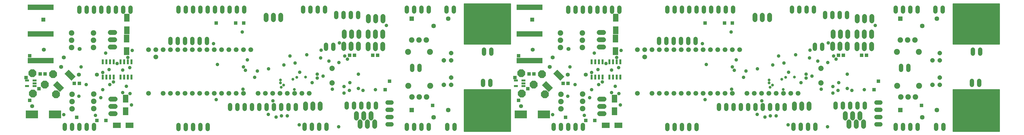
<source format=gbs>
G75*
%MOIN*%
%OFA0B0*%
%FSLAX25Y25*%
%IPPOS*%
%LPD*%
%AMOC8*
5,1,8,0,0,1.08239X$1,22.5*
%
%ADD10C,0.01600*%
%ADD11R,0.07800X0.10700*%
%ADD12R,0.10700X0.07800*%
%ADD13C,0.06800*%
%ADD14OC8,0.10800*%
%ADD15C,0.06600*%
%ADD16C,0.07550*%
%ADD17R,0.02900X0.07100*%
%ADD18C,0.07300*%
%ADD19C,0.06000*%
%ADD20R,0.16548X0.10643*%
%ADD21R,0.35800X0.07800*%
%ADD22R,0.06343X0.06343*%
%ADD23C,0.06343*%
%ADD24OC8,0.06000*%
%ADD25C,0.08200*%
%ADD26R,0.04737X0.05131*%
%ADD27R,0.07887X0.13398*%
%ADD28R,0.05524X0.03162*%
%ADD29C,0.04762*%
%ADD30R,0.04762X0.04762*%
%ADD31C,0.03900*%
%ADD32C,0.05550*%
%ADD33R,0.05550X0.05550*%
%ADD34R,0.03900X0.03900*%
D10*
X0719526Y0125902D02*
X0719526Y0182988D01*
X0782518Y0182988D01*
X0782518Y0125902D01*
X0719526Y0125902D01*
X0719526Y0127130D02*
X0782518Y0127130D01*
X0782518Y0128729D02*
X0719526Y0128729D01*
X0719526Y0130327D02*
X0782518Y0130327D01*
X0782518Y0131926D02*
X0719526Y0131926D01*
X0719526Y0133524D02*
X0782518Y0133524D01*
X0782518Y0135123D02*
X0719526Y0135123D01*
X0719526Y0136721D02*
X0782518Y0136721D01*
X0782518Y0138320D02*
X0719526Y0138320D01*
X0719526Y0139918D02*
X0782518Y0139918D01*
X0782518Y0141517D02*
X0719526Y0141517D01*
X0719526Y0143115D02*
X0782518Y0143115D01*
X0782518Y0144714D02*
X0719526Y0144714D01*
X0719526Y0146312D02*
X0782518Y0146312D01*
X0782518Y0147911D02*
X0719526Y0147911D01*
X0719526Y0149509D02*
X0782518Y0149509D01*
X0782518Y0151108D02*
X0719526Y0151108D01*
X0719526Y0152706D02*
X0782518Y0152706D01*
X0782518Y0154305D02*
X0719526Y0154305D01*
X0719526Y0155903D02*
X0782518Y0155903D01*
X0782518Y0157502D02*
X0719526Y0157502D01*
X0719526Y0159100D02*
X0782518Y0159100D01*
X0782518Y0160699D02*
X0719526Y0160699D01*
X0719526Y0162297D02*
X0782518Y0162297D01*
X0782518Y0163896D02*
X0719526Y0163896D01*
X0719526Y0165494D02*
X0782518Y0165494D01*
X0782518Y0167093D02*
X0719526Y0167093D01*
X0719526Y0168691D02*
X0782518Y0168691D01*
X0782518Y0170290D02*
X0719526Y0170290D01*
X0719526Y0171888D02*
X0782518Y0171888D01*
X0782518Y0173487D02*
X0719526Y0173487D01*
X0719526Y0175085D02*
X0782518Y0175085D01*
X0782518Y0176684D02*
X0719526Y0176684D01*
X0719526Y0178282D02*
X0782518Y0178282D01*
X0782518Y0179881D02*
X0719526Y0179881D01*
X0719526Y0181479D02*
X0782518Y0181479D01*
X0782518Y0245980D02*
X0719526Y0245980D01*
X0719526Y0301098D01*
X0782518Y0301098D01*
X0782518Y0245980D01*
X0782518Y0247018D02*
X0719526Y0247018D01*
X0719526Y0248617D02*
X0782518Y0248617D01*
X0782518Y0250215D02*
X0719526Y0250215D01*
X0719526Y0251814D02*
X0782518Y0251814D01*
X0782518Y0253412D02*
X0719526Y0253412D01*
X0719526Y0255011D02*
X0782518Y0255011D01*
X0782518Y0256610D02*
X0719526Y0256610D01*
X0719526Y0258208D02*
X0782518Y0258208D01*
X0782518Y0259807D02*
X0719526Y0259807D01*
X0719526Y0261405D02*
X0782518Y0261405D01*
X0782518Y0263004D02*
X0719526Y0263004D01*
X0719526Y0264602D02*
X0782518Y0264602D01*
X0782518Y0266201D02*
X0719526Y0266201D01*
X0719526Y0267799D02*
X0782518Y0267799D01*
X0782518Y0269398D02*
X0719526Y0269398D01*
X0719526Y0270996D02*
X0782518Y0270996D01*
X0782518Y0272595D02*
X0719526Y0272595D01*
X0719526Y0274193D02*
X0782518Y0274193D01*
X0782518Y0275792D02*
X0719526Y0275792D01*
X0719526Y0277390D02*
X0782518Y0277390D01*
X0782518Y0278989D02*
X0719526Y0278989D01*
X0719526Y0280587D02*
X0782518Y0280587D01*
X0782518Y0282186D02*
X0719526Y0282186D01*
X0719526Y0283784D02*
X0782518Y0283784D01*
X0782518Y0285383D02*
X0719526Y0285383D01*
X0719526Y0286981D02*
X0782518Y0286981D01*
X0782518Y0288580D02*
X0719526Y0288580D01*
X0719526Y0290178D02*
X0782518Y0290178D01*
X0782518Y0291777D02*
X0719526Y0291777D01*
X0719526Y0293375D02*
X0782518Y0293375D01*
X0782518Y0294974D02*
X0719526Y0294974D01*
X0719526Y0296572D02*
X0782518Y0296572D01*
X0782518Y0298171D02*
X0719526Y0298171D01*
X0719526Y0299769D02*
X0782518Y0299769D01*
X1388817Y0299769D02*
X1451809Y0299769D01*
X1451809Y0301098D02*
X1388817Y0301098D01*
X1388817Y0245980D01*
X1451809Y0245980D01*
X1451809Y0301098D01*
X1451809Y0298171D02*
X1388817Y0298171D01*
X1388817Y0296572D02*
X1451809Y0296572D01*
X1451809Y0294974D02*
X1388817Y0294974D01*
X1388817Y0293375D02*
X1451809Y0293375D01*
X1451809Y0291777D02*
X1388817Y0291777D01*
X1388817Y0290178D02*
X1451809Y0290178D01*
X1451809Y0288580D02*
X1388817Y0288580D01*
X1388817Y0286981D02*
X1451809Y0286981D01*
X1451809Y0285383D02*
X1388817Y0285383D01*
X1388817Y0283784D02*
X1451809Y0283784D01*
X1451809Y0282186D02*
X1388817Y0282186D01*
X1388817Y0280587D02*
X1451809Y0280587D01*
X1451809Y0278989D02*
X1388817Y0278989D01*
X1388817Y0277390D02*
X1451809Y0277390D01*
X1451809Y0275792D02*
X1388817Y0275792D01*
X1388817Y0274193D02*
X1451809Y0274193D01*
X1451809Y0272595D02*
X1388817Y0272595D01*
X1388817Y0270996D02*
X1451809Y0270996D01*
X1451809Y0269398D02*
X1388817Y0269398D01*
X1388817Y0267799D02*
X1451809Y0267799D01*
X1451809Y0266201D02*
X1388817Y0266201D01*
X1388817Y0264602D02*
X1451809Y0264602D01*
X1451809Y0263004D02*
X1388817Y0263004D01*
X1388817Y0261405D02*
X1451809Y0261405D01*
X1451809Y0259807D02*
X1388817Y0259807D01*
X1388817Y0258208D02*
X1451809Y0258208D01*
X1451809Y0256610D02*
X1388817Y0256610D01*
X1388817Y0255011D02*
X1451809Y0255011D01*
X1451809Y0253412D02*
X1388817Y0253412D01*
X1388817Y0251814D02*
X1451809Y0251814D01*
X1451809Y0250215D02*
X1388817Y0250215D01*
X1388817Y0248617D02*
X1451809Y0248617D01*
X1451809Y0247018D02*
X1388817Y0247018D01*
X1388817Y0182988D02*
X1388817Y0125902D01*
X1451809Y0125902D01*
X1451809Y0182988D01*
X1388817Y0182988D01*
X1388817Y0181479D02*
X1451809Y0181479D01*
X1451809Y0179881D02*
X1388817Y0179881D01*
X1388817Y0178282D02*
X1451809Y0178282D01*
X1451809Y0176684D02*
X1388817Y0176684D01*
X1388817Y0175085D02*
X1451809Y0175085D01*
X1451809Y0173487D02*
X1388817Y0173487D01*
X1388817Y0171888D02*
X1451809Y0171888D01*
X1451809Y0170290D02*
X1388817Y0170290D01*
X1388817Y0168691D02*
X1451809Y0168691D01*
X1451809Y0167093D02*
X1388817Y0167093D01*
X1388817Y0165494D02*
X1451809Y0165494D01*
X1451809Y0163896D02*
X1388817Y0163896D01*
X1388817Y0162297D02*
X1451809Y0162297D01*
X1451809Y0160699D02*
X1388817Y0160699D01*
X1388817Y0159100D02*
X1451809Y0159100D01*
X1451809Y0157502D02*
X1388817Y0157502D01*
X1388817Y0155903D02*
X1451809Y0155903D01*
X1451809Y0154305D02*
X1388817Y0154305D01*
X1388817Y0152706D02*
X1451809Y0152706D01*
X1451809Y0151108D02*
X1388817Y0151108D01*
X1388817Y0149509D02*
X1451809Y0149509D01*
X1451809Y0147911D02*
X1388817Y0147911D01*
X1388817Y0146312D02*
X1451809Y0146312D01*
X1451809Y0144714D02*
X1388817Y0144714D01*
X1388817Y0143115D02*
X1451809Y0143115D01*
X1451809Y0141517D02*
X1388817Y0141517D01*
X1388817Y0139918D02*
X1451809Y0139918D01*
X1451809Y0138320D02*
X1388817Y0138320D01*
X1388817Y0136721D02*
X1451809Y0136721D01*
X1451809Y0135123D02*
X1388817Y0135123D01*
X1388817Y0133524D02*
X1451809Y0133524D01*
X1451809Y0131926D02*
X1388817Y0131926D01*
X1388817Y0130327D02*
X1451809Y0130327D01*
X1451809Y0128729D02*
X1388817Y0128729D01*
X1388817Y0127130D02*
X1451809Y0127130D01*
D11*
X0925058Y0153320D03*
X0925058Y0170720D03*
X0926415Y0235910D03*
X0926415Y0253310D03*
X0926691Y0264613D03*
X0926691Y0282013D03*
X0257400Y0282013D03*
X0257400Y0264613D03*
X0257124Y0253310D03*
X0257124Y0235910D03*
X0255767Y0170720D03*
X0255767Y0153320D03*
D12*
X0261243Y0133961D03*
X0243843Y0133961D03*
X0913134Y0133961D03*
X0930534Y0133961D03*
D13*
X0910872Y0149988D02*
X0904872Y0149988D01*
X0904872Y0159988D02*
X0910872Y0159988D01*
X0910872Y0169988D02*
X0904872Y0169988D01*
X1171363Y0163490D02*
X1171363Y0157490D01*
X1181363Y0157490D02*
X1181363Y0163490D01*
X1191363Y0163490D02*
X1191363Y0157490D01*
X1241285Y0149955D02*
X1241285Y0143955D01*
X1246085Y0138744D02*
X1246085Y0132744D01*
X1256085Y0132744D02*
X1256085Y0138744D01*
X1251285Y0143955D02*
X1251285Y0149955D01*
X1261285Y0149955D02*
X1261285Y0143955D01*
X1266085Y0138744D02*
X1266085Y0132744D01*
X1267266Y0239366D02*
X1267266Y0245366D01*
X1277266Y0245366D02*
X1277266Y0239366D01*
X1257266Y0239366D02*
X1257266Y0245366D01*
X1243801Y0245681D02*
X1243801Y0239681D01*
X1233801Y0239681D02*
X1233801Y0245681D01*
X1223801Y0245681D02*
X1223801Y0239681D01*
X1224589Y0256374D02*
X1224589Y0262374D01*
X1234589Y0262374D02*
X1234589Y0256374D01*
X1244589Y0256374D02*
X1244589Y0262374D01*
X1257266Y0262453D02*
X1257266Y0256453D01*
X1267266Y0256453D02*
X1267266Y0262453D01*
X1277266Y0262453D02*
X1277266Y0256453D01*
X1277392Y0277835D02*
X1277392Y0283835D01*
X1267392Y0283835D02*
X1267392Y0277835D01*
X1257392Y0277835D02*
X1257392Y0283835D01*
X1137404Y0285382D02*
X1137404Y0279382D01*
X1127404Y0279382D02*
X1127404Y0285382D01*
X1117404Y0285382D02*
X1117404Y0279382D01*
X0910085Y0261650D02*
X0904085Y0261650D01*
X0904085Y0251650D02*
X0910085Y0251650D01*
X0910085Y0241650D02*
X0904085Y0241650D01*
X0607974Y0239366D02*
X0607974Y0245366D01*
X0597974Y0245366D02*
X0597974Y0239366D01*
X0587974Y0239366D02*
X0587974Y0245366D01*
X0574510Y0245681D02*
X0574510Y0239681D01*
X0564510Y0239681D02*
X0564510Y0245681D01*
X0554510Y0245681D02*
X0554510Y0239681D01*
X0555297Y0256374D02*
X0555297Y0262374D01*
X0565297Y0262374D02*
X0565297Y0256374D01*
X0575297Y0256374D02*
X0575297Y0262374D01*
X0587974Y0262453D02*
X0587974Y0256453D01*
X0597974Y0256453D02*
X0597974Y0262453D01*
X0607974Y0262453D02*
X0607974Y0256453D01*
X0608100Y0277835D02*
X0608100Y0283835D01*
X0598100Y0283835D02*
X0598100Y0277835D01*
X0588100Y0277835D02*
X0588100Y0283835D01*
X0468112Y0285382D02*
X0468112Y0279382D01*
X0458112Y0279382D02*
X0458112Y0285382D01*
X0448112Y0285382D02*
X0448112Y0279382D01*
X0240793Y0261650D02*
X0234793Y0261650D01*
X0234793Y0251650D02*
X0240793Y0251650D01*
X0240793Y0241650D02*
X0234793Y0241650D01*
X0235581Y0169988D02*
X0241581Y0169988D01*
X0241581Y0159988D02*
X0235581Y0159988D01*
X0235581Y0149988D02*
X0241581Y0149988D01*
X0502072Y0157490D02*
X0502072Y0163490D01*
X0512072Y0163490D02*
X0512072Y0157490D01*
X0522072Y0157490D02*
X0522072Y0163490D01*
X0571993Y0149955D02*
X0571993Y0143955D01*
X0576793Y0138744D02*
X0576793Y0132744D01*
X0586793Y0132744D02*
X0586793Y0138744D01*
X0581993Y0143955D02*
X0581993Y0149955D01*
X0591993Y0149955D02*
X0591993Y0143955D01*
X0596793Y0138744D02*
X0596793Y0132744D01*
D14*
X0798305Y0177516D03*
X0814407Y0189878D03*
X0829801Y0176807D03*
X0825707Y0204484D03*
X0797360Y0205665D03*
X0160510Y0176807D03*
X0145116Y0189878D03*
X0129014Y0177516D03*
X0128069Y0205665D03*
X0156415Y0204484D03*
D15*
X0287100Y0177862D03*
X0307100Y0177862D03*
X0317100Y0177862D03*
X0327100Y0177862D03*
X0337100Y0177862D03*
X0347100Y0177862D03*
X0357100Y0177862D03*
X0367100Y0177862D03*
X0377100Y0177862D03*
X0387100Y0177862D03*
X0397100Y0177862D03*
X0407100Y0177862D03*
X0417100Y0177862D03*
X0437100Y0177862D03*
X0447100Y0177862D03*
X0457100Y0177862D03*
X0467100Y0177862D03*
X0477100Y0177862D03*
X0487100Y0177862D03*
X0497100Y0177862D03*
X0507100Y0177862D03*
X0297100Y0227862D03*
X0297100Y0237862D03*
X0287100Y0237862D03*
X0307100Y0237862D03*
X0317100Y0237862D03*
X0327100Y0237862D03*
X0337100Y0237862D03*
X0347100Y0237862D03*
X0357100Y0237862D03*
X0367100Y0237862D03*
X0377100Y0237862D03*
X0387100Y0237862D03*
X0397100Y0237862D03*
X0407100Y0237862D03*
X0417100Y0237862D03*
X0427100Y0237862D03*
X0956392Y0237862D03*
X0966392Y0237862D03*
X0976392Y0237862D03*
X0986392Y0237862D03*
X0996392Y0237862D03*
X1006392Y0237862D03*
X1016392Y0237862D03*
X1026392Y0237862D03*
X1036392Y0237862D03*
X1046392Y0237862D03*
X1056392Y0237862D03*
X1066392Y0237862D03*
X1076392Y0237862D03*
X1086392Y0237862D03*
X1096392Y0237862D03*
X0966392Y0227862D03*
X0976392Y0177862D03*
X0986392Y0177862D03*
X0996392Y0177862D03*
X1006392Y0177862D03*
X1016392Y0177862D03*
X1026392Y0177862D03*
X1036392Y0177862D03*
X1046392Y0177862D03*
X1056392Y0177862D03*
X1066392Y0177862D03*
X1076392Y0177862D03*
X1086392Y0177862D03*
X1106392Y0177862D03*
X1116392Y0177862D03*
X1126392Y0177862D03*
X1136392Y0177862D03*
X1146392Y0177862D03*
X1156392Y0177862D03*
X1166392Y0177862D03*
X1176392Y0177862D03*
X0956392Y0177862D03*
D16*
X0881376Y0177043D03*
X0851967Y0176650D03*
X0851967Y0166650D03*
X0881376Y0167043D03*
X0881376Y0157043D03*
X0851967Y0156650D03*
X0667852Y0173146D03*
X0657852Y0173146D03*
X0647852Y0173146D03*
X0851289Y0240862D03*
X0881085Y0240941D03*
X0881085Y0250941D03*
X0851289Y0250862D03*
X0851289Y0260862D03*
X0881085Y0260941D03*
X0667360Y0251394D03*
X0657360Y0251394D03*
X0647360Y0251394D03*
X0211793Y0250941D03*
X0181998Y0250862D03*
X0181998Y0240862D03*
X0211793Y0240941D03*
X0211793Y0260941D03*
X0181998Y0260862D03*
X0182675Y0176650D03*
X0212085Y0177043D03*
X0212085Y0167043D03*
X0182675Y0166650D03*
X0182675Y0156650D03*
X0212085Y0157043D03*
X1317144Y0173146D03*
X1327144Y0173146D03*
X1337144Y0173146D03*
X1336652Y0251394D03*
X1326652Y0251394D03*
X1316652Y0251394D03*
D17*
X0933246Y0221312D03*
X0928246Y0221312D03*
X0923246Y0221312D03*
X0918246Y0221312D03*
X0908837Y0221312D03*
X0903837Y0221312D03*
X0898837Y0221312D03*
X0893837Y0221312D03*
X0893837Y0200412D03*
X0898837Y0200412D03*
X0903837Y0200412D03*
X0908837Y0200412D03*
X0918246Y0200412D03*
X0923246Y0200412D03*
X0928246Y0200412D03*
X0933246Y0200412D03*
X0263955Y0200412D03*
X0258955Y0200412D03*
X0253955Y0200412D03*
X0248955Y0200412D03*
X0239545Y0200412D03*
X0234545Y0200412D03*
X0229545Y0200412D03*
X0224545Y0200412D03*
X0224545Y0221312D03*
X0229545Y0221312D03*
X0234545Y0221312D03*
X0239545Y0221312D03*
X0248955Y0221312D03*
X0253955Y0221312D03*
X0258955Y0221312D03*
X0263955Y0221312D03*
D18*
X0538435Y0212185D03*
X0538435Y0192185D03*
X1207726Y0192185D03*
X1207726Y0212185D03*
D19*
X0172595Y0134433D02*
X0172595Y0129233D01*
X0182595Y0129233D02*
X0182595Y0134433D01*
X0192595Y0134433D02*
X0192595Y0129233D01*
X0202595Y0129233D02*
X0202595Y0134433D01*
X0212595Y0134433D02*
X0212595Y0129233D01*
X0328136Y0129093D02*
X0328136Y0134293D01*
X0338136Y0134293D02*
X0338136Y0129093D01*
X0348136Y0129093D02*
X0348136Y0134293D01*
X0358136Y0134293D02*
X0358136Y0129093D01*
X0368136Y0129093D02*
X0368136Y0134293D01*
X0398885Y0156566D02*
X0398885Y0161766D01*
X0408885Y0161766D02*
X0408885Y0156566D01*
X0418885Y0156566D02*
X0418885Y0161766D01*
X0428885Y0161766D02*
X0428885Y0156566D01*
X0438885Y0156566D02*
X0438885Y0161766D01*
X0448885Y0161766D02*
X0448885Y0156566D01*
X0458885Y0156566D02*
X0458885Y0161766D01*
X0468885Y0161766D02*
X0468885Y0156566D01*
X0478885Y0156566D02*
X0478885Y0161766D01*
X0488885Y0161766D02*
X0488885Y0156566D01*
X0558667Y0158538D02*
X0558667Y0163738D01*
X0568667Y0163738D02*
X0568667Y0158538D01*
X0578667Y0158538D02*
X0578667Y0163738D01*
X0588667Y0163738D02*
X0588667Y0158538D01*
X0598667Y0158538D02*
X0598667Y0163738D01*
X0614563Y0165429D02*
X0619763Y0165429D01*
X0619763Y0155429D02*
X0614563Y0155429D01*
X0614563Y0145429D02*
X0619763Y0145429D01*
X0619763Y0135429D02*
X0614563Y0135429D01*
X0640963Y0134407D02*
X0640963Y0129207D01*
X0650963Y0129207D02*
X0650963Y0134407D01*
X0660963Y0134407D02*
X0660963Y0129207D01*
X0670963Y0129207D02*
X0670963Y0134407D01*
X0696081Y0134407D02*
X0696081Y0129207D01*
X0706081Y0129207D02*
X0706081Y0134407D01*
X0841886Y0134433D02*
X0841886Y0129233D01*
X0851886Y0129233D02*
X0851886Y0134433D01*
X0861886Y0134433D02*
X0861886Y0129233D01*
X0871886Y0129233D02*
X0871886Y0134433D01*
X0881886Y0134433D02*
X0881886Y0129233D01*
X0997427Y0129093D02*
X0997427Y0134293D01*
X1007427Y0134293D02*
X1007427Y0129093D01*
X1017427Y0129093D02*
X1017427Y0134293D01*
X1027427Y0134293D02*
X1027427Y0129093D01*
X1037427Y0129093D02*
X1037427Y0134293D01*
X1068176Y0156566D02*
X1068176Y0161766D01*
X1078176Y0161766D02*
X1078176Y0156566D01*
X1088176Y0156566D02*
X1088176Y0161766D01*
X1098176Y0161766D02*
X1098176Y0156566D01*
X1108176Y0156566D02*
X1108176Y0161766D01*
X1118176Y0161766D02*
X1118176Y0156566D01*
X1128176Y0156566D02*
X1128176Y0161766D01*
X1138176Y0161766D02*
X1138176Y0156566D01*
X1148176Y0156566D02*
X1148176Y0161766D01*
X1158176Y0161766D02*
X1158176Y0156566D01*
X1227959Y0158538D02*
X1227959Y0163738D01*
X1237959Y0163738D02*
X1237959Y0158538D01*
X1247959Y0158538D02*
X1247959Y0163738D01*
X1257959Y0163738D02*
X1257959Y0158538D01*
X1267959Y0158538D02*
X1267959Y0163738D01*
X1283855Y0165429D02*
X1289055Y0165429D01*
X1289055Y0155429D02*
X1283855Y0155429D01*
X1283855Y0145429D02*
X1289055Y0145429D01*
X1289055Y0135429D02*
X1283855Y0135429D01*
X1310254Y0134407D02*
X1310254Y0129207D01*
X1320254Y0129207D02*
X1320254Y0134407D01*
X1330254Y0134407D02*
X1330254Y0129207D01*
X1340254Y0129207D02*
X1340254Y0134407D01*
X1365372Y0134407D02*
X1365372Y0129207D01*
X1375372Y0129207D02*
X1375372Y0134407D01*
X1200230Y0134607D02*
X1200230Y0129407D01*
X1190230Y0129407D02*
X1190230Y0134607D01*
X1180230Y0134607D02*
X1180230Y0129407D01*
X1170230Y0129407D02*
X1170230Y0134607D01*
X1414585Y0189739D02*
X1414585Y0194939D01*
X1424585Y0194939D02*
X1424585Y0189739D01*
X1327636Y0210408D02*
X1327636Y0215608D01*
X1317636Y0215608D02*
X1317636Y0210408D01*
X1415729Y0232683D02*
X1415729Y0237883D01*
X1425729Y0237883D02*
X1425729Y0232683D01*
X1243502Y0283010D02*
X1243502Y0288210D01*
X1233502Y0288210D02*
X1233502Y0283010D01*
X1223502Y0283010D02*
X1223502Y0288210D01*
X1213502Y0288210D02*
X1213502Y0283010D01*
X1198030Y0290624D02*
X1198030Y0295824D01*
X1188030Y0295824D02*
X1188030Y0290624D01*
X1178030Y0290624D02*
X1178030Y0295824D01*
X1168030Y0295824D02*
X1168030Y0290624D01*
X1087360Y0290624D02*
X1087360Y0295824D01*
X1077360Y0295824D02*
X1077360Y0290624D01*
X1067360Y0290624D02*
X1067360Y0295824D01*
X1057360Y0295824D02*
X1057360Y0290624D01*
X1047360Y0290624D02*
X1047360Y0295824D01*
X1037360Y0295824D02*
X1037360Y0290624D01*
X1027360Y0290624D02*
X1027360Y0295824D01*
X1017360Y0295824D02*
X1017360Y0290624D01*
X1007360Y0290624D02*
X1007360Y0295824D01*
X0997360Y0295824D02*
X0997360Y0290624D01*
X0931886Y0290333D02*
X0931886Y0295533D01*
X0921886Y0295533D02*
X0921886Y0290333D01*
X0911886Y0290333D02*
X0911886Y0295533D01*
X0901886Y0295533D02*
X0901886Y0290333D01*
X0891886Y0290333D02*
X0891886Y0295533D01*
X0881886Y0295533D02*
X0881886Y0290333D01*
X0871886Y0290333D02*
X0871886Y0295533D01*
X0861886Y0295533D02*
X0861886Y0290333D01*
X0986356Y0252517D02*
X0986356Y0247317D01*
X0996356Y0247317D02*
X0996356Y0252517D01*
X1006356Y0252517D02*
X1006356Y0247317D01*
X1016356Y0247317D02*
X1016356Y0252517D01*
X1026356Y0252517D02*
X1026356Y0247317D01*
X1036356Y0247317D02*
X1036356Y0252517D01*
X1199526Y0244643D02*
X1199526Y0239443D01*
X1209526Y0239443D02*
X1209526Y0244643D01*
X1310254Y0290624D02*
X1310254Y0295824D01*
X1320254Y0295824D02*
X1320254Y0290624D01*
X1330254Y0290624D02*
X1330254Y0295824D01*
X1340254Y0295824D02*
X1340254Y0290624D01*
X1364368Y0290624D02*
X1364368Y0295824D01*
X1374368Y0295824D02*
X1374368Y0290624D01*
X0756437Y0237883D02*
X0756437Y0232683D01*
X0746437Y0232683D02*
X0746437Y0237883D01*
X0658344Y0215608D02*
X0658344Y0210408D01*
X0648344Y0210408D02*
X0648344Y0215608D01*
X0745293Y0194939D02*
X0745293Y0189739D01*
X0755293Y0189739D02*
X0755293Y0194939D01*
X0540234Y0239443D02*
X0540234Y0244643D01*
X0530234Y0244643D02*
X0530234Y0239443D01*
X0367065Y0247317D02*
X0367065Y0252517D01*
X0357065Y0252517D02*
X0357065Y0247317D01*
X0347065Y0247317D02*
X0347065Y0252517D01*
X0337065Y0252517D02*
X0337065Y0247317D01*
X0327065Y0247317D02*
X0327065Y0252517D01*
X0317065Y0252517D02*
X0317065Y0247317D01*
X0328069Y0290624D02*
X0328069Y0295824D01*
X0338069Y0295824D02*
X0338069Y0290624D01*
X0348069Y0290624D02*
X0348069Y0295824D01*
X0358069Y0295824D02*
X0358069Y0290624D01*
X0368069Y0290624D02*
X0368069Y0295824D01*
X0378069Y0295824D02*
X0378069Y0290624D01*
X0388069Y0290624D02*
X0388069Y0295824D01*
X0398069Y0295824D02*
X0398069Y0290624D01*
X0408069Y0290624D02*
X0408069Y0295824D01*
X0418069Y0295824D02*
X0418069Y0290624D01*
X0498738Y0290624D02*
X0498738Y0295824D01*
X0508738Y0295824D02*
X0508738Y0290624D01*
X0518738Y0290624D02*
X0518738Y0295824D01*
X0528738Y0295824D02*
X0528738Y0290624D01*
X0544211Y0288210D02*
X0544211Y0283010D01*
X0554211Y0283010D02*
X0554211Y0288210D01*
X0564211Y0288210D02*
X0564211Y0283010D01*
X0574211Y0283010D02*
X0574211Y0288210D01*
X0640963Y0290624D02*
X0640963Y0295824D01*
X0650963Y0295824D02*
X0650963Y0290624D01*
X0660963Y0290624D02*
X0660963Y0295824D01*
X0670963Y0295824D02*
X0670963Y0290624D01*
X0695077Y0290624D02*
X0695077Y0295824D01*
X0705077Y0295824D02*
X0705077Y0290624D01*
X0262595Y0290333D02*
X0262595Y0295533D01*
X0252595Y0295533D02*
X0252595Y0290333D01*
X0242595Y0290333D02*
X0242595Y0295533D01*
X0232595Y0295533D02*
X0232595Y0290333D01*
X0222595Y0290333D02*
X0222595Y0295533D01*
X0212595Y0295533D02*
X0212595Y0290333D01*
X0202595Y0290333D02*
X0202595Y0295533D01*
X0192595Y0295533D02*
X0192595Y0290333D01*
X0500938Y0134607D02*
X0500938Y0129407D01*
X0510938Y0129407D02*
X0510938Y0134607D01*
X0520938Y0134607D02*
X0520938Y0129407D01*
X0530938Y0129407D02*
X0530938Y0134607D01*
D20*
X0796951Y0148933D03*
X0828447Y0148933D03*
X0159156Y0148933D03*
X0127659Y0148933D03*
D21*
X0139439Y0222988D03*
X0139439Y0259602D03*
X0139439Y0296295D03*
X0808730Y0296295D03*
X0808730Y0259602D03*
X0808730Y0222988D03*
D22*
X0647380Y0280843D03*
X0647380Y0154858D03*
X1316671Y0154858D03*
X1316671Y0280843D03*
D23*
X1346671Y0270843D03*
X1366671Y0280843D03*
X1366671Y0154858D03*
X1346671Y0144858D03*
X0697380Y0154858D03*
X0677380Y0144858D03*
X0677380Y0270843D03*
X0697380Y0280843D03*
D24*
X0701396Y0233264D03*
X0701396Y0223264D03*
X0691396Y0223264D03*
X0701396Y0199799D03*
X0701396Y0189799D03*
X0691396Y0189799D03*
X1360687Y0189799D03*
X1370687Y0189799D03*
X1370687Y0199799D03*
X1370687Y0223264D03*
X1360687Y0223264D03*
X1370687Y0233264D03*
D25*
X1341809Y0235154D03*
X1311809Y0235154D03*
X1312301Y0188402D03*
X1342301Y0188402D03*
X0673010Y0188402D03*
X0643010Y0188402D03*
X0642518Y0235154D03*
X0672518Y0235154D03*
D26*
X0600825Y0230232D03*
X0594132Y0230232D03*
X0569329Y0230232D03*
X0562636Y0230232D03*
X0808207Y0204642D03*
X0814900Y0204642D03*
X0854959Y0191846D03*
X0861652Y0191846D03*
X1231927Y0230232D03*
X1238620Y0230232D03*
X1263423Y0230232D03*
X1270116Y0230232D03*
X0192360Y0191846D03*
X0185667Y0191846D03*
X0145608Y0204642D03*
X0138915Y0204642D03*
D27*
G36*
X0172136Y0204982D02*
X0177713Y0210559D01*
X0187186Y0201086D01*
X0181609Y0195509D01*
X0172136Y0204982D01*
G37*
G36*
X0156546Y0189392D02*
X0162123Y0194969D01*
X0171596Y0185496D01*
X0166019Y0179919D01*
X0156546Y0189392D01*
G37*
G36*
X0825838Y0189392D02*
X0831415Y0194969D01*
X0840888Y0185496D01*
X0835311Y0179919D01*
X0825838Y0189392D01*
G37*
G36*
X0841428Y0204982D02*
X0847005Y0210559D01*
X0856478Y0201086D01*
X0850901Y0195509D01*
X0841428Y0204982D01*
G37*
D28*
X0800455Y0195587D03*
X0800455Y0191846D03*
X0800455Y0188106D03*
X0790171Y0188106D03*
X0790171Y0195587D03*
X0131163Y0195587D03*
X0131163Y0191846D03*
X0131163Y0188106D03*
X0120880Y0188106D03*
X0120880Y0195587D03*
D29*
X0194919Y0214484D03*
X0224447Y0206610D03*
X0233305Y0210547D03*
X0252006Y0210055D03*
X0261628Y0213194D03*
X0244132Y0218974D03*
X0258896Y0227464D03*
X0228384Y0233185D03*
X0264801Y0237122D03*
X0376163Y0246370D03*
X0415486Y0262457D03*
X0523624Y0237433D03*
X0503963Y0231177D03*
X0523022Y0226760D03*
X0534348Y0222240D03*
X0547754Y0220453D03*
X0559372Y0224921D03*
X0555797Y0229390D03*
X0548648Y0247264D03*
X0480726Y0229390D03*
X0487876Y0219559D03*
X0472683Y0216878D03*
X0451566Y0211516D03*
X0436041Y0208835D03*
X0419955Y0209728D03*
X0417274Y0214197D03*
X0381526Y0217772D03*
X0422636Y0224028D03*
X0494132Y0207047D03*
X0518262Y0204366D03*
X0526305Y0201685D03*
X0518262Y0199004D03*
X0511112Y0192748D03*
X0538911Y0183811D03*
X0554904Y0187386D03*
X0562947Y0192748D03*
X0574565Y0184705D03*
X0580821Y0182024D03*
X0562053Y0182024D03*
X0554904Y0178449D03*
X0597801Y0182917D03*
X0574565Y0204366D03*
X0432467Y0199898D03*
X0416380Y0183811D03*
X0379832Y0169512D03*
X0457490Y0167724D03*
X0451234Y0148957D03*
X0461959Y0145382D03*
X0469108Y0147169D03*
X0477152Y0147169D03*
X0493644Y0134764D03*
X0547478Y0132008D03*
X0264019Y0162103D03*
X0221986Y0172161D03*
X0191967Y0174130D03*
X0224447Y0182988D03*
X0234289Y0189878D03*
X0256927Y0187559D03*
X0239211Y0193815D03*
X0201809Y0189878D03*
X0252006Y0178933D03*
X0261848Y0177812D03*
X0171297Y0148539D03*
X0214604Y0147555D03*
X0612994Y0271394D03*
X0864211Y0214484D03*
X0893738Y0206610D03*
X0902596Y0210547D03*
X0921297Y0210055D03*
X0930920Y0213194D03*
X0913423Y0218974D03*
X0928187Y0227464D03*
X0897675Y0233185D03*
X0934093Y0237122D03*
X1045455Y0246370D03*
X1084778Y0262457D03*
X1192915Y0237433D03*
X1173254Y0231177D03*
X1192313Y0226760D03*
X1203640Y0222240D03*
X1217045Y0220453D03*
X1228663Y0224921D03*
X1225089Y0229390D03*
X1217939Y0247264D03*
X1150018Y0229390D03*
X1157167Y0219559D03*
X1141974Y0216878D03*
X1120857Y0211516D03*
X1105333Y0208835D03*
X1089246Y0209728D03*
X1086565Y0214197D03*
X1050817Y0217772D03*
X1091927Y0224028D03*
X1163423Y0207047D03*
X1187553Y0204366D03*
X1195596Y0201685D03*
X1187553Y0199004D03*
X1180404Y0192748D03*
X1208202Y0183811D03*
X1224195Y0187386D03*
X1232238Y0192748D03*
X1243856Y0184705D03*
X1250112Y0182024D03*
X1231344Y0182024D03*
X1224195Y0178449D03*
X1267093Y0182917D03*
X1243856Y0204366D03*
X1101758Y0199898D03*
X1085671Y0183811D03*
X1049123Y0169512D03*
X1126781Y0167724D03*
X1120526Y0148957D03*
X1131250Y0145382D03*
X1138400Y0147169D03*
X1146443Y0147169D03*
X1162936Y0134764D03*
X1216770Y0132008D03*
X0933311Y0162103D03*
X0891278Y0172161D03*
X0861258Y0174130D03*
X0893738Y0182988D03*
X0903581Y0189878D03*
X0926219Y0187559D03*
X0908502Y0193815D03*
X0871100Y0189878D03*
X0921297Y0178933D03*
X0931140Y0177812D03*
X0840589Y0148539D03*
X0883896Y0147555D03*
X1282285Y0271394D03*
D30*
X1086652Y0274524D03*
X1075825Y0274524D03*
X1049250Y0274524D03*
X0793837Y0229740D03*
X0788915Y0199720D03*
X0806632Y0184465D03*
X0793837Y0168224D03*
X0858305Y0145094D03*
X0885864Y0140665D03*
X0898167Y0140665D03*
X0676219Y0161335D03*
X0611258Y0182988D03*
X0617163Y0194799D03*
X0417360Y0274524D03*
X0406533Y0274524D03*
X0379959Y0274524D03*
X0124545Y0229740D03*
X0119624Y0199720D03*
X0137341Y0184465D03*
X0124545Y0168224D03*
X0189014Y0145094D03*
X0216573Y0140665D03*
X0228876Y0140665D03*
X1280549Y0182988D03*
X1286455Y0194799D03*
X1345510Y0161335D03*
D31*
X1171636Y0200183D03*
X1159426Y0200123D03*
X1154036Y0197233D03*
X1136986Y0196433D03*
X1136986Y0192233D03*
X1141376Y0189493D03*
X1138236Y0186433D03*
X1156076Y0183313D03*
X0502345Y0200183D03*
X0490135Y0200123D03*
X0484745Y0197233D03*
X0467695Y0196433D03*
X0467695Y0192233D03*
X0472085Y0189493D03*
X0468945Y0186433D03*
X0486785Y0183313D03*
D32*
X0216573Y0203657D03*
X0191967Y0203657D03*
X0167360Y0214484D03*
X0171297Y0227280D03*
X0192951Y0239091D03*
X0143738Y0238106D03*
X0127990Y0160350D03*
X0797281Y0160350D03*
X0861258Y0203657D03*
X0885864Y0203657D03*
X0836652Y0214484D03*
X0840589Y0227280D03*
X0862242Y0239091D03*
X0813030Y0238106D03*
D33*
X0812537Y0279445D03*
X0143246Y0279445D03*
D34*
X0750394Y0279889D03*
X0750394Y0282389D03*
X0752894Y0282389D03*
X0752894Y0279889D03*
X0752894Y0277389D03*
X0750394Y0277389D03*
X0750394Y0274889D03*
X0750394Y0272389D03*
X0750394Y0269889D03*
X0750394Y0267389D03*
X0750394Y0264889D03*
X0752894Y0264889D03*
X0752894Y0267389D03*
X0752894Y0269889D03*
X0752894Y0272389D03*
X0752894Y0274889D03*
X0751789Y0163165D03*
X0751730Y0160665D03*
X0751730Y0158165D03*
X0751730Y0155665D03*
X0751730Y0153165D03*
X0751730Y0150665D03*
X0751730Y0148165D03*
X0751730Y0145665D03*
X0749230Y0145665D03*
X0749230Y0148165D03*
X0749230Y0150665D03*
X0749230Y0153165D03*
X0749230Y0155665D03*
X0749230Y0158165D03*
X0749230Y0160665D03*
X0749230Y0163165D03*
X1418522Y0163165D03*
X1418522Y0160665D03*
X1418522Y0158165D03*
X1418522Y0155665D03*
X1418522Y0153165D03*
X1418522Y0150665D03*
X1418522Y0148165D03*
X1418522Y0145665D03*
X1421022Y0145665D03*
X1421022Y0148165D03*
X1421022Y0150665D03*
X1421022Y0153165D03*
X1421022Y0155665D03*
X1421022Y0158165D03*
X1421022Y0160665D03*
X1421081Y0163165D03*
X1422185Y0264889D03*
X1419685Y0264889D03*
X1419685Y0267389D03*
X1419685Y0269889D03*
X1419685Y0272389D03*
X1419685Y0274889D03*
X1419685Y0277389D03*
X1419685Y0279889D03*
X1419685Y0282389D03*
X1422185Y0282389D03*
X1422185Y0279889D03*
X1422185Y0277389D03*
X1422185Y0274889D03*
X1422185Y0272389D03*
X1422185Y0269889D03*
X1422185Y0267389D03*
M02*

</source>
